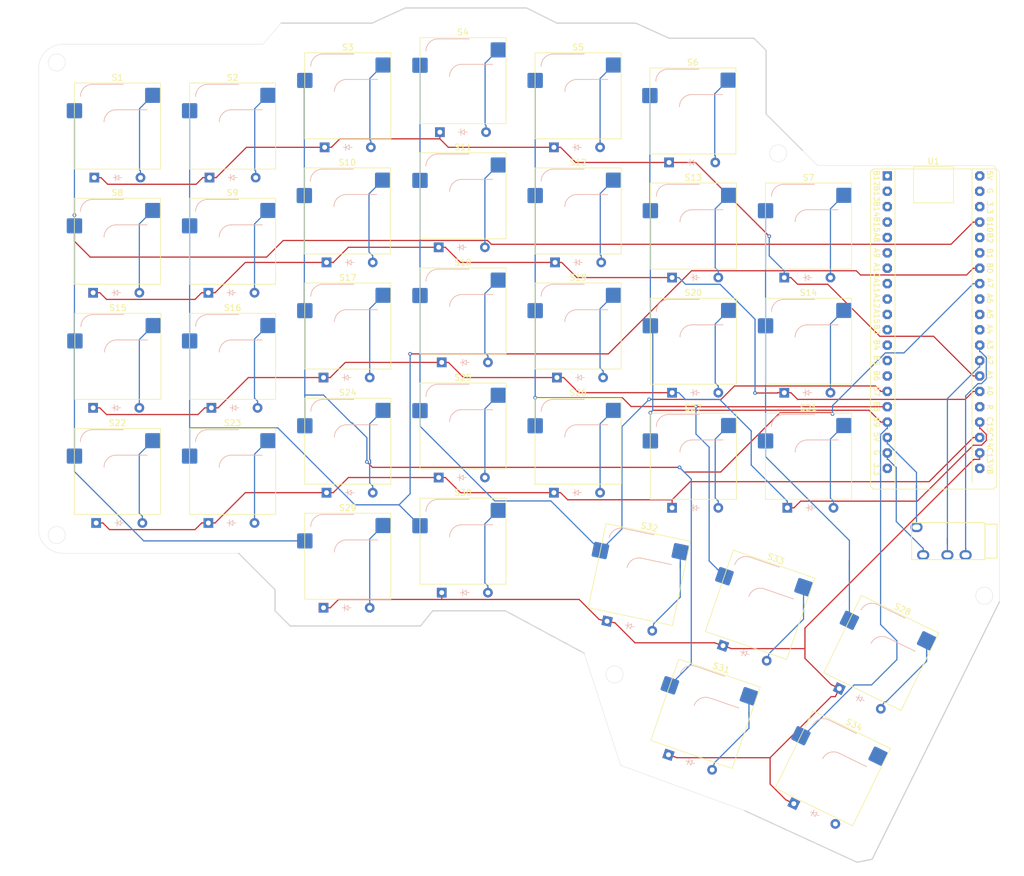
<source format=kicad_pcb>
(kicad_pcb (version 20240108) (generator "pcbnew") (generator_version "8.0")
  (layers (0 "F.Cu" signal) (31 "B.Cu" signal) (34 "B.Paste" user) (35 "F.Paste" user) (36 "B.SilkS" user "B.Silkscreen") (37 "F.SilkS" user "F.Silkscreen") (38 "B.Mask" user) (39 "F.Mask" user) (44 "Edge.Cuts" user))
  (net 0 "")
  (net 1 "Net-(D1-A)")
  (net 2 "R1")
  (net 3 "Net-(D2-A)")
  (net 4 "Net-(D3-A)")
  (net 5 "Net-(D4-A)")
  (net 6 "Net-(D5-A)")
  (net 7 "Net-(D6-A)")
  (net 8 "Net-(D7-A)")
  (net 9 "Net-(D8-A)")
  (net 10 "R2")
  (net 11 "Net-(D9-A)")
  (net 12 "Net-(D10-A)")
  (net 13 "Net-(D11-A)")
  (net 14 "Net-(D12-A)")
  (net 15 "Net-(D13-A)")
  (net 16 "Net-(D14-A)")
  (net 17 "R3")
  (net 18 "Net-(D15-A)")
  (net 19 "Net-(D16-A)")
  (net 20 "Net-(D17-A)")
  (net 21 "Net-(D18-A)")
  (net 22 "Net-(D19-A)")
  (net 23 "Net-(D20-A)")
  (net 24 "Net-(D21-A)")
  (net 25 "R4")
  (net 26 "Net-(D22-A)")
  (net 27 "Net-(D23-A)")
  (net 28 "Net-(D24-A)")
  (net 29 "Net-(D25-A)")
  (net 30 "Net-(D26-A)")
  (net 31 "Net-(D27-A)")
  (net 33 "R5")
  (net 34 "Net-(D29-A)")
  (net 35 "Net-(D30-A)")
  (net 36 "Net-(D31-A)")
  (net 37 "Net-(D32-A)")
  (net 38 "Net-(D33-A)")
  (net 39 "Net-(D34-A)")
  (net 40 "C1")
  (net 41 "C2")
  (net 42 "C3")
  (net 43 "C4")
  (net 44 "C5")
  (net 45 "C6")
  (net 46 "C7")
  (net 71 "TX")
  (net 72 "VCC")
  (net 73 "GND")
  (net 74 "RX")
  (net 75 "Net-(D28-A)")
  (footprint "ScottoKeebs_Hotswap:Hotswap_MX_1.00u" (layer "F.Cu") (at 57.5 39.75)
    (property "Reference" "S2")
    (property "Value" "Keyswitch")
  )
  (footprint "ScottoKeebs_Hotswap:Hotswap_MX_1.00u" (layer "F.Cu") (at 144.5 118.75 -19)
    (property "Reference" "S33")
    (property "Value" "Keyswitch")
  )
  (footprint "WeAct_Black_Pill_V2.0:STM32F411_Black_Pill" (layer "F.Cu") (at 173.12 72.1)
    (property "Reference" "U1")
    (property "Value" "STM32F411 BlackPill")
  )
  (footprint "ScottoKeebs_Hotswap:Hotswap_MX_1.00u" (layer "F.Cu") (at 152.5 94.25)
    (property "Reference" "S21")
    (property "Value" "Keyswitch")
  )
  (footprint "ScottoKeebs_Hotswap:Hotswap_MX_1.00u" (layer "F.Cu") (at 95.5 32.25)
    (property "Reference" "S4")
    (property "Value" "Keyswitch")
  )
  (footprint "ScottoKeebs_Hotswap:Hotswap_MX_1.00u" (layer "F.Cu") (at 76.5 110.75)
    (property "Reference" "S29")
    (property "Value" "Keyswitch")
  )
  (footprint "ScottoKeebs_Hotswap:Hotswap_MX_1.00u" (layer "F.Cu") (at 95.5 70.25)
    (property "Reference" "S18")
    (property "Value" "Keyswitch")
  )
  (footprint "ScottoKeebs_Hotswap:Hotswap_MX_1.00u" (layer "F.Cu") (at 57.5 96.75)
    (property "Reference" "S23")
    (property "Value" "Keyswitch")
  )
  (footprint "ScottoKeebs_Hotswap:Hotswap_MX_1.00u" (layer "F.Cu") (at 114.5 34.75)
    (property "Reference" "S5")
    (property "Value" "Keyswitch")
  )
  (footprint "ScottoKeebs_Hotswap:Hotswap_MX_1.00u" (layer "F.Cu") (at 57.5 58.75)
    (property "Reference" "S9")
    (property "Value" "Keyswitch")
  )
  (footprint "ScottoKeebs_Hotswap:Hotswap_MX_1.00u" (layer "F.Cu") (at 38.5 58.75)
    (property "Reference" "S8")
    (property "Value" "Keyswitch")
  )
  (footprint "ScottoKeebs_Hotswap:Hotswap_MX_1.00u" (layer "F.Cu") (at 76.5 34.75)
    (property "Reference" "S3")
    (property "Value" "Keyswitch")
  )
  (footprint "ScottoKeebs_Hotswap:Hotswap_MX_1.00u" (layer "F.Cu") (at 152.5 75.25)
    (property "Reference" "S14")
    (property "Value" "Keyswitch")
  )
  (footprint "ScottoKeebs_Hotswap:Hotswap_MX_1.00u" (layer "F.Cu") (at 114.5 53.75)
    (property "Reference" "S12")
    (property "Value" "Keyswitch")
  )
  (footprint "ScottoKeebs_Hotswap:Hotswap_MX_1.00u" (layer "F.Cu") (at 38.58 77.75)
    (property "Reference" "S15")
    (property "Value" "Keyswitch")
  )
  (footprint "ScottoKeebs_Hotswap:Hotswap_MX_1.00u" (layer "F.Cu") (at 95.5 108.25)
    (property "Reference" "S30")
    (property "Value" "Keyswitch")
  )
  (footprint "ScottoKeebs_Hotswap:Hotswap_MX_1.00u" (layer "F.Cu") (at 133.5 94.25)
    (property "Reference" "S27")
    (property "Value" "Keyswitch")
  )
  (footprint "ScottoKeebs_Hotswap:Hotswap_MX_1.00u" (layer "F.Cu") (at 95.5 89.25)
    (property "Reference" "S25")
    (property "Value" "Keyswitch")
  )
  (footprint "ScottoKeebs_Hotswap:Hotswap_MX_1.00u" (layer "F.Cu") (at 135.5 136.75 -19)
    (property "Reference" "S31")
    (property "Value" "Keyswitch")
  )
  (footprint "ScottoKeebs_Hotswap:Hotswap_MX_1.00u" (layer "F.Cu") (at 133.5 75.25)
    (property "Reference" "S20")
    (property "Value" "Keyswitch")
  )
  (footprint "ScottoKeebs_Hotswap:Hotswap_MX_1.00u" (layer "F.Cu") (at 76.42 53.75)
    (property "Reference" "S10")
    (property "Value" "Keyswitch")
  )
  (footprint "ScottoKeebs_Hotswap:Hotswap_MX_1.00u" (layer "F.Cu") (at 133.5 56.25)
    (property "Reference" "S13")
    (property "Value" "Keyswitch")
  )
  (footprint "ScottoKeebs_Components:TRRS_PJ-320A" (layer "F.Cu") (at 181.6125 108.25 -90)
    (property "Reference" "U2")
    (property "Value" "TRRS")
  )
  (footprint "ScottoKeebs_Hotswap:Hotswap_MX_1.00u" (layer "F.Cu") (at 38.5 96.75)
    (property "Reference" "S22")
    (property "Value" "Keyswitch")
  )
  (footprint "ScottoKeebs_Hotswap:Hotswap_MX_1.00u" (layer "F.Cu") (at 114.5 72.75)
    (property "Reference" "S19")
    (property "Value" "Keyswitch")
  )
  (footprint "ScottoKeebs_Hotswap:Hotswap_MX_1.00u" (layer "F.Cu") (at 124.58 113.75 -12)
    (property "Reference" "S32")
    (property "Value" "Keyswitch")
  )
  (footprint "ScottoKeebs_Hotswap:Hotswap_MX_1.00u" (layer "F.Cu") (at 164.5 126.7024 -26)
    (property "Reference" "S28")
    (property "Value" "Keyswitch")
  )
  (footprint "ScottoKeebs_Hotswap:Hotswap_MX_1.00u" (layer "F.Cu") (at 95.5 51.25)
    (property "Reference" "S11")
    (property "Value" "Keyswitch")
  )
  (footprint "ScottoKeebs_Hotswap:Hotswap_MX_1.00u" (layer "F.Cu") (at 156.5 145.75 -26)
    (property "Reference" "S34")
    (property "Value" "Keyswitch")
  )
  (footprint "ScottoKeebs_Hotswap:Hotswap_MX_1.00u" (layer "F.Cu") (at 76.5 72.75)
    (property "Reference" "S17")
    (property "Value" "Keyswitch")
  )
  (footprint "ScottoKeebs_Hotswap:Hotswap_MX_1.00u" (layer "F.Cu") (at 152.5 56.25)
    (property "Reference" "S7")
    (property "Value" "Keyswitch")
  )
  (footprint "ScottoKeebs_Hotswap:Hotswap_MX_1.00u" (layer "F.Cu") (at 57.5 77.75)
    (property "Reference" "S16")
    (property "Value" "Keyswitch")
  )
  (footprint "ScottoKeebs_Hotswap:Hotswap_MX_1.00u" (layer "F.Cu") (at 114.5 91.75)
    (property "Reference" "S26")
    (property "Value" "Keyswitch")
  )
  (footprint "ScottoKeebs_Hotswap:Hotswap_MX_1.00u" (layer "F.Cu") (at 38.5 39.75)
    (property "Reference" "S1")
    (property "Value" "Keyswitch")
  )
  (footprint "ScottoKeebs_Hotswap:Hotswap_MX_1.00u" (layer "F.Cu") (at 76.5 91.75)
    (property "Reference" "S24")
    (property "Value" "Keyswitch")
  )
  (footprint "ScottoKeebs_Hotswap:Hotswap_MX_1.00u" (layer "F.Cu") (at 133.42 37.25)
    (property "Reference" "S6")
    (property "Value" "Keyswitch")
  )
  (footprint "ScottoKeebs_Components:Diode_DO-35" (layer "B.Cu") (at 129.5 45.75)
    (property "Reference" "D6" (hide yes))
    (property "Value" "Diode" (hide yes))
  )
  (footprint "ScottoKeebs_Components:Diode_DO-35" (layer "B.Cu") (at 150.0756 151.5798 -26)
    (property "Reference" "D34" (hide yes))
    (property "Value" "Diode" (hide yes))
  )
  (footprint "ScottoKeebs_Components:Diode_DO-35" (layer "B.Cu") (at 34.5 67.25)
    (property "Reference" "D8" (hide yes))
    (property "Value" "Diode" (hide yes))
  )
  (footprint "ScottoKeebs_Components:Diode_DO-35" (layer "B.Cu") (at 129.3976 143.5096 -19)
    (property "Reference" "D31" (hide yes))
    (property "Value" "Diode" (hide yes))
  )
  (footprint "ScottoKeebs_Components:Diode_DO-35" (layer "B.Cu") (at 91.5 59.75)
    (property "Reference" "D11" (hide yes))
    (property "Value" "Diode" (hide yes))
  )
  (footprint "ScottoKeebs_Components:Diode_DO-35" (layer "B.Cu") (at 138.3976 125.5096 -19)
    (property "Reference" "D33" (hide yes))
    (property "Value" "Diode" (hide yes))
  )
  (footprint "ScottoKeebs_Components:Diode_DO-35" (layer "B.Cu") (at 91.5 97.75)
    (property "Reference" "D25" (hide yes))
    (property "Value" "Diode" (hide yes))
  )
  (footprint "ScottoKeebs_Components:Diode_DO-35" (layer "B.Cu") (at 53.5 67.25)
    (property "Reference" "D9" (hide yes))
    (property "Value" "Diode" (hide yes))
  )
  (footprint "ScottoKeebs_Components:Diode_DO-35" (layer "B.Cu") (at 110.5 43.25)
    (property "Reference" "D5" (hide yes))
    (property "Value" "Diode" (hide yes))
  )
  (footprint "ScottoKeebs_Components:Diode_DO-35" (layer "B.Cu") (at 34.5 86.25)
    (property "Reference" "D15" (hide yes))
    (property "Value" "Diode" (hide yes))
  )
  (footprint "ScottoKeebs_Components:Diode_DO-35" (layer "B.Cu") (at 34.69 48.25)
    (property "Reference" "D1" (hide yes))
    (property "Value" "Diode" (hide yes))
  )
  (footprint "ScottoKeebs_Components:Diode_DO-35" (layer "B.Cu") (at 91.69 40.75)
    (property "Reference" "D4" (hide yes))
    (property "Value" "Diode" (hide yes))
  )
  (footprint "ScottoKeebs_Components:Diode_DO-35" (layer "B.Cu") (at 92 78.75)
    (property "Reference" "D18" (hide yes))
    (property "Value" "Diode" (hide yes))
  )
  (footprint "ScottoKeebs_Components:Diode_DO-35" (layer "B.Cu") (at 72.5 119.25)
    (property "Reference" "D29" (hide yes))
    (property "Value" "Diode" (hide yes))
  )
  (footprint "ScottoKeebs_Components:Diode_DO-35" (layer "B.Cu") (at 73 62.25)
    (property "Reference" "D10" (hide yes))
    (property "Value" "Diode" (hide yes))
  )
  (footprint "ScottoKeebs_Components:Diode_DO-35" (layer "B.Cu") (at 130 102.75)
    (property "Reference" "D27" (hide yes))
    (property "Value" "Diode" (hide yes))
  )
  (footprint "ScottoKeebs_Components:Diode_DO-35" (layer "B.Cu") (at 148.5 64.75)
    (property "Reference" "D7" (hide yes))
    (property "Value" "Diode" (hide yes))
  )
  (footprint "ScottoKeebs_Components:Diode_DO-35" (layer "B.Cu") (at 111 81.25)
    (property "Reference" "D19" (hide yes))
    (property "Value" "Diode" (hide yes))
  )
  (footprint "ScottoKeebs_Components:Diode_DO-35" (layer "B.Cu") (at 148.5 83.75)
    (property "Reference" "D14" (hide yes))
    (property "Value" "Diode" (hide yes))
  )
  (footprint "ScottoKeebs_Components:Diode_DO-35" (layer "B.Cu") (at 35 105.25)
    (property "Reference" "D22" (hide yes))
    (property "Value" "Diode" (hide yes))
  )
  (footprint "ScottoKeebs_Components:Diode_DO-35" (layer "B.Cu") (at 53.5 105.25)
    (property "Reference" "D23" (hide yes))
    (property "Value" "Diode" (hide yes))
  )
  (footprint "ScottoKeebs_Components:Diode_DO-35" (layer "B.Cu") (at 54 86.25)
    (property "Reference" "D16" (hide yes))
    (property "Value" "Diode" (hide yes))
  )
  (footprint "ScottoKeebs_Components:Diode_DO-35" (layer "B.Cu") (at 130 83.75)
    (property "Reference" "D20" (hide yes))
    (property "Value" "Diode" (hide yes))
  )
  (footprint "ScottoKeebs_Components:Diode_DO-35" (layer "B.Cu") (at 119.2733 121.4579 -12)
    (property "Reference" "D32" (hide yes))
    (property "Value" "Diode" (hide yes))
  )
  (footprint "ScottoKeebs_Components:Diode_DO-35" (layer "B.Cu") (at 72.69 43.25)
    (property "Reference" "D3" (hide yes))
    (property "Value" "Diode" (hide yes))
  )
  (footprint "ScottoKeebs_Components:Diode_DO-35" (layer "B.Cu") (at 157.5756 132.5798 -26)
    (property "Reference" "D28" (hide yes))
    (property "Value" "Diode" (hide yes))
  )
  (footprint "ScottoKeebs_Components:Diode_DO-35" (layer "B.Cu") (at 110.5 100.25)
    (property "Reference" "D26" (hide yes))
    (property "Value" "Diode" (hide yes))
  )
  (footprint "ScottoKeebs_Components:Diode_DO-35" (layer "B.Cu") (at 72.5 81.25)
    (property "Reference" "D17" (hide yes))
    (property "Value" "Diode" (hide yes))
  )
  (footprint "ScottoKeebs_Components:Diode_DO-35" (layer "B.Cu") (at 149 102.75)
    (property "Reference" "D21" (hide yes))
    (property "Value" "Diode" (hide yes))
  )
  (footprint "ScottoKeebs_Components:Diode_DO-35" (layer "B.Cu") (at 110.69 62.25)
    (property "Reference" "D12" (hide yes))
    (property "Value" "Diode" (hide yes))
  )
  (footprint "ScottoKeebs_Components:Diode_DO-35" (layer "B.Cu") (at 53.69 48.25)
    (property "Reference" "D2" (hide yes))
    (property "Value" "Diode" (hide yes))
  )
  (footprint "ScottoKeebs_Components:Diode_DO-35" (layer "B.Cu") (at 73 100.25)
    (property "Reference" "D24" (hide yes))
    (property "Value" "Diode" (hide yes))
  )
  (footprint "ScottoKeebs_Components:Diode_DO-35" (layer "B.Cu") (at 92 116.75)
    (property "Reference" "D30" (hide yes))
    (property "Value" "Diode" (hide yes))
  )
  (footprint "ScottoKeebs_Components:Diode_DO-35" (layer "B.Cu") (at 130 64.75)
    (property "Reference" "D13" (hide yes))
    (property "Value" "Diode" (hide yes))
  )
  (gr_line (start 160.5 161.25) (end 142 152.75) (stroke (width 0.2)) (layer "Edge.Cuts"))
  (gr_line (start 65.5 22.75) (end 62.5 26.25) (stroke (width 0.05)) (layer "Edge.Cuts"))
  (gr_line (start 163 160.75) (end 160.5 161.25) (stroke (width 0.2)) (layer "Edge.Cuts"))
  (gr_line (start 86 20.25) (end 80.5 22.75) (stroke (width 0.2)) (layer "Edge.Cuts"))
  (gr_line (start 143.5 25.25) (end 145.5 27.25) (stroke (width 0.2)) (layer "Edge.Cuts"))
  (gr_line (start 142 152.75) (end 121.5 145.25) (stroke (width 0.05)) (layer "Edge.Cuts"))
  (gr_line (start 154 46.25) (end 151.5 43.75) (stroke (width 0.05)) (layer "Edge.Cuts"))
  (gr_line (start 121.5 145.25) (end 115.5 126.75) (stroke (width 0.05)) (layer "Edge.Cuts"))
  (gr_line (start 90.5 119.75) (end 88.5 122.25) (stroke (width 0.2)) (layer "Edge.Cuts"))
  (gr_circle (center 147.5 44.25) (end 146.5 43.25) (stroke (width 0.05)) (fill none) (layer "Edge.Cuts"))
  (gr_line (start 102.5 119.75) (end 90.5 119.75) (stroke (width 0.2)) (layer "Edge.Cuts"))
  (gr_circle (center 28.5 107.25) (end 27.5 106.25) (stroke (width 0.05)) (fill none) (layer "Edge.Cuts"))
  (gr_line (start 67 122.25) (end 64.5 119.75) (stroke (width 0.2)) (layer "Edge.Cuts"))
  (gr_line (start 106 20.25) (end 111 22.75) (stroke (width 0.2)) (layer "Edge.Cuts"))
  (gr_line (start 88.5 122.25) (end 67 122.25) (stroke (width 0.2)) (layer "Edge.Cuts"))
  (gr_line (start 62.5 26.25) (end 29.5 26.25) (stroke (width 0.05)) (layer "Edge.Cuts"))
  (gr_line (start 184 118.25) (end 163 160.75) (stroke (width 0.2)) (layer "Edge.Cuts"))
  (gr_line (start 124 22.75) (end 129.5 25.25) (stroke (width 0.2)) (layer "Edge.Cuts"))
  (gr_line (start 145.5 27.25) (end 145.5 37.75) (stroke (width 0.2)) (layer "Edge.Cuts"))
  (gr_line (start 129.5 25.25) (end 143.5 25.25) (stroke (width 0.2)) (layer "Edge.Cuts"))
  (gr_line (start 58.5 110.25) (end 29.5 110.25) (stroke (width 0.05)) (layer "Edge.Cuts"))
  (gr_line (start 86 20.25) (end 106 20.25) (stroke (width 0.2)) (layer "Edge.Cuts"))
  (gr_circle (center 181.5 117.25) (end 180.5 116.25) (stroke (width 0.05)) (fill none) (layer "Edge.Cuts"))
  (gr_line (start 64.5 119.75) (end 64.5 116.25) (stroke (width 0.2)) (layer "Edge.Cuts"))
  (gr_line (start 184 47.25) (end 183 46.25) (stroke (width 0.05)) (layer "Edge.Cuts"))
  (gr_line (start 184 47.25) (end 184 118.25) (stroke (width 0.05)) (layer "Edge.Cuts"))
  (gr_arc (start 25.5 30.25) (mid 26.671573 27.421573) (end 29.5 26.25) (stroke (width 0.05)) (layer "Edge.Cuts"))
  (gr_line (start 64.5 116.25) (end 58.5 110.25) (stroke (width 0.2)) (layer "Edge.Cuts"))
  (gr_line (start 65.5 22.75) (end 80.5 22.75) (stroke (width 0.2)) (layer "Edge.Cuts"))
  (gr_circle (center 28.5 29.25) (end 27.5 28.25) (stroke (width 0.05)) (fill none) (layer "Edge.Cuts"))
  (gr_line (start 111 22.75) (end 124 22.75) (stroke (width 0.2)) (layer "Edge.Cuts"))
  (gr_line (start 115.5 126.75) (end 102.5 119.75) (stroke (width 0.2)) (layer "Edge.Cuts"))
  (gr_circle (center 120.5 130.25) (end 119.5 129.25) (stroke (width 0.05)) (fill none) (layer "Edge.Cuts"))
  (gr_arc (start 29.5 110.25) (mid 26.671573 109.078427) (end 25.5 106.25) (stroke (width 0.05)) (layer "Edge.Cuts"))
  (gr_line (start 25.5 106.25) (end 25.5 30.25) (stroke (width 0.05)) (layer "Edge.Cuts"))
  (gr_line (start 183 46.25) (end 154 46.25) (stroke (width 0.05)) (layer "Edge.Cuts"))
  (gr_line (start 145.5 37.75) (end 151.5 43.75) (stroke (width 0.2)) (layer "Edge.Cuts"))
  (gr_text "A1" (at 181.883 79.974 -90) (layer "F.SilkS") (effects (font (size 0.9 0.9)) (justify left bottom)))
  (segment (start 42.31 47.1483) (end 42.1508 46.9891) (width 0.2) (layer "B.Cu") (net 1))
  (segment (start 42.1508 46.9891) (end 42.1508 36.8612) (width 0.2) (layer "B.Cu") (net 1))
  (segment (start 42.31 48.25) (end 42.31 47.1483) (width 0.2) (layer "B.Cu") (net 1))
  (segment (start 42.1508 36.8612) (end 44.342 34.67) (width 0.2) (layer "B.Cu") (net 1))
  (segment (start 155.666 65.8517) (end 164.254 74.4398) (width 0.2) (layer "F.Cu") (net 2))
  (segment (start 52.5883 48.25) (end 53.69 48.25) (width 0.2) (layer "F.Cu") (net 2))
  (segment (start 149.602 64.75) (end 150.703 65.8517) (width 0.2) (layer "F.Cu") (net 2))
  (segment (start 173.126 74.4398) (end 179.676 80.99) (width 0.2) (layer "F.Cu") (net 2))
  (segment (start 36.8934 49.3517) (end 51.4866 49.3517) (width 0.2) (layer "F.Cu") (net 2))
  (segment (start 34.69 48.25) (end 35.7917 48.25) (width 0.2) (layer "F.Cu") (net 2))
  (segment (start 164.254 74.4398) (end 173.126 74.4398) (width 0.2) (layer "F.Cu") (net 2))
  (segment (start 133.847 45.75) (end 146.026 57.9295) (width 0.2) (layer "F.Cu") (net 2))
  (segment (start 53.69 48.25) (end 54.7917 48.25) (width 0.2) (layer "F.Cu") (net 2))
  (segment (start 54.7917 48.25) (end 59.7917 43.25) (width 0.2) (layer "F.Cu") (net 2))
  (segment (start 93.0883 43.25) (end 110.5 43.25) (width 0.2) (layer "F.Cu") (net 2))
  (segment (start 129.5 45.75) (end 133.847 45.75) (width 0.2) (layer "F.Cu") (net 2))
  (segment (start 91.69 41.8517) (end 75.19 41.8517) (width 0.2) (layer "F.Cu") (net 2))
  (segment (start 51.4866 49.3517) (end 52.5883 48.25) (width 0.2) (layer "F.Cu") (net 2))
  (segment (start 91.69 40.75) (end 91.69 41.8517) (width 0.2) (layer "F.Cu") (net 2))
  (segment (start 150.703 65.8517) (end 155.666 65.8517) (width 0.2) (layer "F.Cu") (net 2))
  (segment (start 35.7917 48.25) (end 36.8934 49.3517) (width 0.2) (layer "F.Cu") (net 2))
  (segment (start 91.69 41.8517) (end 93.0883 43.25) (width 0.2) (layer "F.Cu") (net 2))
  (segment (start 111.602 43.25) (end 114.102 45.75) (width 0.2) (layer "F.Cu") (net 2))
  (segment (start 148.5 64.75) (end 149.602 64.75) (width 0.2) (layer "F.Cu") (net 2))
  (segment (start 73.7917 43.25) (end 72.69 43.25) (width 0.2) (layer "F.Cu") (net 2))
  (segment (start 110.5 43.25) (end 111.602 43.25) (width 0.2) (layer "F.Cu") (net 2))
  (segment (start 179.676 80.99) (end 180.74 80.99) (width 0.2) (layer "F.Cu") (net 2))
  (segment (start 75.19 41.8517) (end 73.7917 43.25) (width 0.2) (layer "F.Cu") (net 2))
  (segment (start 59.7917 43.25) (end 72.69 43.25) (width 0.2) (layer "F.Cu") (net 2))
  (segment (start 114.102 45.75) (end 129.5 45.75) (width 0.2) (layer "F.Cu") (net 2))
  (via (at 146.026 57.9295) (size 0.6) (drill 0.3) (layers "F.Cu" "B.Cu") (net 2))
  (segment (start 146.026 61.1744) (end 146.026 57.9295) (width 0.2) (layer "B.Cu") (net 2))
  (segment (start 148.5 64.75) (end 148.5 63.6483) (width 0.2) (layer "B.Cu") (net 2))
  (segment (start 148.5 63.6483) (end 146.026 61.1744) (width 0.2) (layer "B.Cu") (net 2))
  (segment (start 61.31 47.1483) (end 61.1508 46.9891) (width 0.2) (layer "B.Cu") (net 3))
  (segment (start 61.31 48.25) (end 61.31 47.1483) (width 0.2) (layer "B.Cu") (net 3))
  (segment (start 61.1508 46.9891) (end 61.1508 36.8612) (width 0.2) (layer "B.Cu") (net 3))
  (segment (start 61.1508 36.8612) (end 63.342 34.67) (width 0.2) (layer "B.Cu") (net 3))
  (segment (start 80.31 43.25) (end 80.31 42.1483) (width 0.2) (layer "B.Cu") (net 4))
  (segment (start 80.1508 31.8612) (end 82.342 29.67) (width 0.2) (layer "B.Cu") (net 4))
  (segment (start 80.31 42.1483) (end 80.1508 41.9891) (width 0.2) (layer "B.Cu") (net 4))
  (segment (start 80.1508 41.9891) (end 80.1508 31.8612) (width 0.2) (layer "B.Cu") (net 4))
  (segment (start 99.1508 29.3612) (end 101.342 27.17) (width 0.2) (layer "B.Cu") (net 5))
  (segment (start 99.31 40.75) (end 99.31 39.6483) (width 0.2) (layer "B.Cu") (net 5))
  (segment (start 99.1508 39.4891) (end 99.1508 29.3612) (width 0.2) (layer "B.Cu") (net 5))
  (segment (start 99.31 39.6483) (end 99.1508 39.4891) (width 0.2) (layer "B.Cu") (net 5))
  (segment (start 118.12 43.25) (end 118.12 31.892) (width 0.2) (layer "B.Cu") (net 6))
  (segment (start 118.12 31.892) (end 120.342 29.67) (width 0.2) (layer "B.Cu") (net 6))
  (segment (start 137.028 34.4044) (end 139.262 32.17) (width 0.2) (layer "B.Cu") (net 7))
  (segment (start 137.12 45.75) (end 137.12 44.6483) (width 0.2) (layer "B.Cu") (net 7))
  (segment (start 137.12 44.6483) (end 137.028 44.5559) (width 0.2) (layer "B.Cu") (net 7))
  (segment (start 137.028 44.5559) (end 137.028 34.4044) (width 0.2) (layer "B.Cu") (net 7))
  (segment (start 156.12 64.75) (end 156.12 53.392) (width 0.2) (layer "B.Cu") (net 8))
  (segment (start 156.12 53.392) (end 158.342 51.17) (width 0.2) (layer "B.Cu") (net 8))
  (segment (start 42.12 55.892) (end 44.342 53.67) (width 0.2) (layer "B.Cu") (net 9))
  (segment (start 42.12 67.25) (end 42.12 55.892) (width 0.2) (layer "B.Cu") (net 9))
  (segment (start 34.5 67.25) (end 35.6017 67.25) (width 0.2) (layer "F.Cu") (net 10))
  (segment (start 150.703 84.8517) (end 178.355 84.8517) (width 0.2) (layer "F.Cu") (net 10))
  (segment (start 130 64.75) (end 114.292 64.75) (width 0.2) (layer "F.Cu") (net 10))
  (segment (start 149.602 83.75) (end 150.703 84.8517) (width 0.2) (layer "F.Cu") (net 10))
  (segment (start 111.792 62.25) (end 110.69 62.25) (width 0.2) (layer "F.Cu") (net 10))
  (segment (start 74.1017 62.25) (end 73 62.25) (width 0.2) (layer "F.Cu") (net 10))
  (segment (start 95.1017 62.25) (end 110.69 62.25) (width 0.2) (layer "F.Cu") (net 10))
  (segment (start 52.3983 67.25) (end 53.5 67.25) (width 0.2) (layer "F.Cu") (net 10))
  (segment (start 178.355 84.8517) (end 179.676 83.53) (width 0.2) (layer "F.Cu") (net 10))
  (segment (start 59.6017 62.25) (end 73 62.25) (width 0.2) (layer "F.Cu") (net 10))
  (segment (start 147.398 83.75) (end 147.346 83.8028) (width 0.2) (layer "F.Cu") (net 10))
  (segment (start 92.6017 59.75) (end 95.1017 62.25) (width 0.2) (layer "F.Cu") (net 10))
  (segment (start 36.7034 68.3517) (end 51.2966 68.3517) (width 0.2) (layer "F.Cu") (net 10))
  (segment (start 91.5 59.75) (end 76.6017 59.75) (width 0.2) (layer "F.Cu") (net 10))
  (segment (start 54.6017 67.25) (end 59.6017 62.25) (width 0.2) (layer "F.Cu") (net 10))
  (segment (start 179.676 83.53) (end 180.74 83.53) (width 0.2) (layer "F.Cu") (net 10))
  (segment (start 53.5 67.25) (end 54.6017 67.25) (width 0.2) (layer "F.Cu") (net 10))
  (segment (start 76.6017 59.75) (end 74.1017 62.25) (width 0.2) (layer "F.Cu") (net 10))
  (segment (start 147.346 83.8028) (end 143.679 83.8028) (width 0.2) (layer "F.Cu") (net 10))
  (segment (start 35.6017 67.25) (end 36.7034 68.3517) (width 0.2) (layer "F.Cu") (net 10))
  (segment (start 51.2966 68.3517) (end 52.3983 67.25) (width 0.2) (layer "F.Cu") (net 10))
  (segment (start 114.292 64.75) (end 111.792 62.25) (width 0.2) (layer "F.Cu") (net 10))
  (segment (start 148.5 83.75) (end 149.602 83.75) (width 0.2) (layer "F.Cu") (net 10))
  (segment (start 148.5 83.75) (end 147.398 83.75) (width 0.2) (layer "F.Cu") (net 10))
  (segment (start 91.5 59.75) (end 92.6017 59.75) (width 0.2) (layer "F.Cu") (net 10))
  (via (at 143.679 83.8028) (size 0.6) (drill 0.3) (layers "F.Cu" "B.Cu") (net 10))
  (segment (start 132.203 65.8517) (end 137.913 65.8517) (width 0.2) (layer "B.Cu") (net 10))
  (segment (start 143.679 71.6174) (end 143.679 83.8028) (width 0.2) (layer "B.Cu") (net 10))
  (segment (start 130 64.75) (end 131.102 64.75) (width 0.2) (layer "B.Cu") (net 10))
  (segment (start 137.913 65.8517) (end 143.679 71.6174) (width 0.2) (layer "B.Cu") (net 10))
  (segment (start 131.102 64.75) (end 132.203 65.8517) (width 0.2) (layer "B.Cu") (net 10))
  (segment (start 61.12 55.892) (end 63.342 53.67) (width 0.2) (layer "B.Cu") (net 11))
  (segment (start 61.12 67.25) (end 61.12 55.892) (width 0.2) (layer "B.Cu") (net 11))
  (segment (start 80.62 61.1483) (end 80.0005 60.5288) (width 0.2) (layer "B.Cu") (net 12))
  (segment (start 80.0005 60.5288) (end 80.0005 50.9315) (width 0.2) (layer "B.Cu") (net 12))
  (segment (start 80.62 62.25) (end 80.62 61.1483) (width 0.2) (layer "B.Cu") (net 12))
  (segment (start 80.0005 50.9315) (end 82.262 48.67) (width 0.2) (layer "B.Cu") (net 12))
  (segment (start 99.12 59.75) (end 99.12 48.392) (width 0.2) (layer "B.Cu") (net 13))
  (segment (start 99.12 48.392) (end 101.342 46.17) (width 0.2) (layer "B.Cu") (net 13))
  (segment (start 118.151 60.9891) (end 118.151 50.8612) (width 0.2) (layer "B.Cu") (net 14))
  (segment (start 118.31 62.25) (end 118.31 61.1483) (width 0.2) (layer "B.Cu") (net 14))
  (segment (start 118.31 61.1483) (end 118.151 60.9891) (width 0.2) (layer "B.Cu") (net 14))
  (segment (start 118.151 50.8612) (end 120.342 48.67) (width 0.2) (layer "B.Cu") (net 14))
  (segment (start 137.113 63.1412) (end 137.113 53.3991) (width 0.2) (layer "B.Cu") (net 15))
  (segment (start 137.62 64.75) (end 137.62 63.6483) (width 0.2) (layer "B.Cu") (net 15))
  (segment (start 137.62 63.6483) (end 137.113 63.1412) (width 0.2) (layer "B.Cu") (net 15))
  (segment (start 137.113 53.3991) (end 139.342 51.17) (width 0.2) (layer "B.Cu") (net 15))
  (segment (start 156.12 72.392) (end 158.342 70.17) (width 0.2) (layer "B.Cu") (net 16))
  (segment (start 156.12 83.75) (end 156.12 72.392) (width 0.2) (layer "B.Cu") (net 16))
  (segment (start 150.102 102.75) (end 151.203 101.648) (width 0.2) (layer "F.Cu") (net 17))
  (segment (start 180.873 89.6737) (end 180.74 89.6737) (width 0.2) (layer "F.Cu") (net 17))
  (segment (start 149 102.75) (end 150.102 102.75) (width 0.2) (layer "F.Cu") (net 17))
  (segment (start 52.8983 86.25) (end 54 86.25) (width 0.2) (layer "F.Cu") (net 17))
  (segment (start 92 78.75) (end 93.1017 78.75) (width 0.2) (layer "F.Cu") (net 17))
  (segment (start 92 78.75) (end 76.1017 78.75) (width 0.2) (layer "F.Cu") (net 17))
  (segment (start 130 83.75) (end 114.602 83.75) (width 0.2) (layer "F.Cu") (net 17))
  (segment (start 181.826 91.6238) (end 181.826 90.6262) (width 0.2) (layer "F.Cu") (net 17))
  (segment (start 181.826 90.6262) (end 180.873 89.6737) (width 0.2) (layer "F.Cu") (net 17))
  (segment (start 35.6017 86.25) (end 36.7034 87.3517) (width 0.2) (layer "F.Cu") (net 17))
  (segment (start 179.678 92.42) (end 181.029 92.42) (width 0.2) (layer "F.Cu") (net 17))
  (segment (start 114.602 83.75) (end 112.102 81.25) (width 0.2) (layer "F.Cu") (net 17))
  (segment (start 180.74 89.6737) (end 180.74 88.61) (width 0.2) (layer "F.Cu") (net 17))
  (segment (start 36.7034 87.3517) (end 51.7966 87.3517) (width 0.2) (layer "F.Cu") (net 17))
  (segment (start 54 86.25) (end 55.1017 86.25) (width 0.2) (layer "F.Cu") (net 17))
  (segment (start 95.6017 81.25) (end 111 81.25) (width 0.2) (layer "F.Cu") (net 17))
  (segment (start 170.45 101.648) (end 179.678 92.42) (width 0.2) (layer "F.Cu") (net 17))
  (segment (start 181.029 92.42) (end 181.826 91.6238) (width 0.2) (layer "F.Cu") (net 17))
  (segment (start 76.1017 78.75) (end 73.6017 81.25) (width 0.2) (layer "F.Cu") (net 17))
  (segment (start 51.7966 87.3517) (end 52.8983 86.25) (width 0.2) (layer "F.Cu") (net 17))
  (segment (start 93.1017 78.75) (end 95.6017 81.25) (width 0.2) (layer "F.Cu") (net 17))
  (segment (start 151.203 101.648) (end 170.45 101.648) (width 0.2) (layer "F.Cu") (net 17))
  (segment (start 34.5 86.25) (end 35.6017 86.25) (width 0.2) (layer "F.Cu") (net 17))
  (segment (start 60.1017 81.25) (end 72.5 81.25) (width 0.2) (layer "F.Cu") (net 17))
  (segment (start 73.6017 81.25) (end 72.5 81.25) (width 0.2) (layer "F.Cu") (net 17))
  (segment (start 112.102 81.25) (end 111 81.25) (width 0.2) (layer "F.Cu") (net 17))
  (segment (start 55.1017 86.25) (end 60.1017 81.25) (width 0.2) (layer "F.Cu") (net 17))
  (segment (start 149 101.648) (end 143.05 95.6985) (width 0.2) (layer "B.Cu") (net 17))
  (segment (start 143.05 95.6985) (end 143.05 90.0595) (width 0.2) (layer "B.Cu") (net 17))
  (segment (start 149 102.75) (end 149 101.648) (width 0.2) (layer "B.Cu") (net 17))
  (segment (start 137.842 84.8517) (end 132.203 84.8517) (width 0.2) (layer "B.Cu") (net 17))
  (segment (start 131.102 83.75) (end 130 83.75) (width 0.2) (layer "B.Cu") (net 17))
  (segment (start 143.05 90.0595) (end 137.842 84.8517) (width 0.2) (layer "B.Cu") (net 17))
  (segment (start 132.203 84.8517) (end 131.102 83.75) (width 0.2) (layer "B.Cu") (net 17))
  (segment (start 42.12 74.972) (end 44.422 72.67) (width 0.2) (layer "B.Cu") (net 18))
  (segment (start 42.12 86.25) (end 42.12 74.972) (width 0.2) (layer "B.Cu") (net 18))
  (segment (start 61.1129 74.8991) (end 63.342 72.67) (width 0.2) (layer "B.Cu") (net 19))
  (segment (start 61.1129 84.6412) (end 61.1129 74.8991) (width 0.2) (layer "B.Cu") (net 19))
  (segment (start 61.62 86.25) (end 61.62 85.1483) (width 0.2) (layer "B.Cu") (net 19))
  (segment (start 61.62 85.1483) (end 61.1129 84.6412) (width 0.2) (layer "B.Cu") (net 19))
  (segment (start 80.12 81.25) (end 80.12 69.892) (width 0.2) (layer "B.Cu") (net 20))
  (segment (start 80.12 69.892) (end 82.342 67.67) (width 0.2) (layer "B.Cu") (net 20))
  (segment (start 99.62 77.6483) (end 99.1129 77.1412) (width 0.2) (layer "B.Cu") (net 21))
  (segment (start 99.62 78.75) (end 99.62 77.6483) (width 0.2) (layer "B.Cu") (net 21))
  (segment (start 99.1129 77.1412) (end 99.1129 67.3991) (width 0.2) (layer "B.Cu") (net 21))
  (segment (start 99.1129 67.3991) (end 101.342 65.17) (width 0.2) (layer "B.Cu") (net 21))
  (segment (start 118.62 81.25) (end 118.62 80.1483) (width 0.2) (layer "B.Cu") (net 22))
  (segment (start 118.113 69.8991) (end 120.342 67.67) (width 0.2) (layer "B.Cu") (net 22))
  (segment (start 118.113 79.6412) (end 118.113 69.8991) (width 0.2) (layer "B.Cu") (net 22))
  (segment (start 118.62 80.1483) (end 118.113 79.6412) (width 0.2) (layer "B.Cu") (net 22))
  (segment (start 137.113 72.3991) (end 139.342 70.17) (width 0.2) (layer "B.Cu") (net 23))
  (segment (start 137.62 82.6483) (end 137.113 82.1412) (width 0.2) (layer "B.Cu") (net 23))
  (segment (start 137.113 82.1412) (end 137.113 72.3991) (width 0.2) (layer "B.Cu") (net 23))
  (segment (start 137.62 83.75) (end 137.62 82.6483) (width 0.2) (layer "B.Cu") (net 23))
  (segment (start 156.113 91.3991) (end 158.342 89.17) (width 0.2) (layer "B.Cu") (net 24))
  (segment (start 156.62 101.648) (end 156.113 101.141) (width 0.2) (layer "B.Cu") (net 24))
  (segment (start 156.62 102.75) (end 156.62 101.648) (width 0.2) (layer "B.Cu") (net 24))
  (segment (start 156.113 101.141) (end 156.113 91.3991) (width 0.2) (layer "B.Cu") (net 24))
  (segment (start 110.5 100.25) (end 111.602 100.25) (width 0.2) (layer "F.Cu") (net 25))
  (segment (start 180.74 91.15) (end 179.676 91.15) (width 0.2) (layer "F.Cu") (net 25))
  (segment (start 52.3983 105.25) (end 53.5 105.25) (width 0.2) (layer "F.Cu") (net 25))
  (segment (start 35 105.25) (end 36.1017 105.25) (width 0.2) (layer "F.Cu") (net 25))
  (segment (start 111.602 100.25) (end 112.774 101.422) (width 0.2) (layer "F.Cu") (net 25))
  (segment (start 76.6017 97.75) (end 91.5 97.75) (width 0.2) (layer "F.Cu") (net 25))
  (segment (start 36.1017 105.25) (end 37.2034 106.352) (width 0.2) (layer "F.Cu") (net 25))
  (segment (start 92.6017 97.75) (end 95.1017 100.25) (width 0.2) (layer "F.Cu") (net 25))
  (segment (start 37.2034 106.352) (end 51.2966 106.352) (width 0.2) (layer "F.Cu") (net 25))
  (segment (start 132.982 98.44) (end 130 101.422) (width 0.2) (layer "F.Cu") (net 25))
  (segment (start 54.6017 105.25) (end 59.6017 100.25) (width 0.2) (layer "F.Cu") (net 25))
  (segment (start 59.6017 100.25) (end 73 100.25) (width 0.2) (layer "F.Cu") (net 25))
  (segment (start 51.2966 106.352) (end 52.3983 105.25) (width 0.2) (layer "F.Cu") (net 25))
  (segment (start 95.1017 100.25) (end 110.5 100.25) (width 0.2) (layer "F.Cu") (net 25))
  (segment (start 172.386 98.44) (end 132.982 98.44) (width 0.2) (layer "F.Cu") (net 25))
  (segment (start 73 100.25) (end 74.1017 100.25) (width 0.2) (layer "F.Cu") (net 25))
  (segment (start 130 102.75) (end 130 101.422) (width 0.2) (layer "F.Cu") (net 25))
  (segment (start 179.676 91.15) (end 172.386 98.44) (width 0.2) (layer "F.Cu") (net 25))
  (segment (start 91.5 97.75) (end 92.6017 97.75) (width 0.2) (layer "F.Cu") (net 25))
  (segment (start 112.774 101.422) (end 130 101.422) (width 0.2) (layer "F.Cu") (net 25))
  (segment (start 53.5 105.25) (end 54.6017 105.25) (width 0.2) (layer "F.Cu") (net 25))
  (segment (start 74.1017 100.25) (end 76.6017 97.75) (width 0.2) (layer "F.Cu") (net 25))
  (segment (start 42.62 104.148) (end 42.1129 103.641) (width 0.2) (layer "B.Cu") (net 26))
  (segment (start 42.62 105.25) (end 42.62 104.148) (width 0.2) (layer "B.Cu") (net 26))
  (segment (start 42.1129 103.641) (end 42.1129 93.8991) (width 0.2) (layer "B.Cu") (net 26))
  (segment (start 42.1129 93.8991) (end 44.342 91.67) (width 0.2) (layer "B.Cu") (net 26))
  (segment (start 61.12 93.892) (end 63.342 91.67) (width 0.2) (layer "B.Cu") (net 27))
  (segment (start 61.12 105.25) (end 61.12 93.892) (width 0.2) (layer "B.Cu") (net 27))
  (segment (start 80.1129 94.7676) (end 80.1129 88.8991) (width 0.2) (layer "B.Cu") (net 28))
  (segment (start 80.1129 88.8991) (end 82.342 86.67) (width 0.2) (layer "B.Cu") (net 28))
  (segment (start 80.2578 94.9125) (end 80.1129 94.7676) (width 0.2) (layer "B.Cu") (net 28))
  (segment (start 80.1129 95.5558) (end 80.2578 95.4109) (width 0.2) (layer "B.Cu") (net 28))
  (segment (start 80.62 99.1483) (end 80.1129 98.6412) (width 0.2) (layer "B.Cu") (net 28))
  (segment (start 80.62 100.25) (end 80.62 99.1483) (width 0.2) (layer "B.Cu") (net 28))
  (segment (start 80.2578 95.4109) (end 80.2578 94.9125) (width 0.2) (layer "B.Cu") (net 28))
  (segment (start 80.1129 98.6412) (end 80.1129 95.5558) (width 0.2) (layer "B.Cu") (net 28))
  (segment (start 99.12 97.75) (end 99.12 86.392) (width 0.2) (layer "B.Cu") (net 29))
  (segment (start 99.12 86.392) (end 101.342 84.17) (width 0.2) (layer "B.Cu") (net 29))
  (segment (start 118.12 88.892) (end 120.342 86.67) (width 0.2) (layer "B.Cu") (net 30))
  (segment (start 118.12 100.25) (end 118.12 88.892) (width 0.2) (layer "B.Cu") (net 30))
  (segment (start 137.62 101.648) (end 137.113 101.141) (width 0.2) (layer "B.Cu") (net 31))
  (segment (start 137.113 91.3991) (end 139.342 89.17) (width 0.2) (layer "B.Cu") (net 31))
  (segment (start 137.113 101.141) (end 137.113 91.3991) (width 0.2) (layer "B.Cu") (net 31))
  (segment (start 137.62 102.75) (end 137.62 101.648) (width 0.2) (layer "B.Cu") (net 31))
  (segment (start 149.751 151.255) (end 150.076 151.58) (width 0.2) (layer "F.Cu") (net 33))
  (segment (start 156.91 132.255) (end 156.244 131.93) (width 0.2) (layer "F.Cu") (net 33))
  (segment (start 149.9133 151.4175) (end 150.0756 151.5798) (width 0.2) (layer "F.Cu") (net 33))
  (segment (start 156.91 132.255) (end 157.251 132.255) (width 0.2) (layer "F.Cu") (net 33))
  (segment (start 157.576 132.58) (end 157.243 132.4175) (width 0.2) (layer "F.Cu") (net 33))
  (segment (start 149.743 151.4175) (end 149.9133 151.4175) (width 0.2) (layer "F.Cu") (net 33))
  (segment (start 139.798 125.992) (end 138.398 125.51) (width 0.2) (layer "F.Cu") (net 33))
  (segment (start 74.9802 117.872) (end 92 117.872) (width 0.2) (layer "F.Cu") (net 33))
  (segment (start 156.926 133.911) (end 157.576 132.58) (width 0.2) (layer "F.Cu") (net 33))
  (segment (start 146.164 143.992) (end 146.164 148.35) (width 0.2) (layer "F.Cu") (net 33))
  (segment (start 123.872 125.027) (end 120.58 121.736) (width 0.2) (layer "F.Cu") (net 33))
  (segment (start 138.398 125.51) (end 138.3975 125.5098) (width 0.2) (layer "F.Cu") (net 33))
  (segment (start 138.3975 125.5097) (end 138.3975 125.5098) (width 0.2) (layer "F.Cu") (net 33))
  (segment (start 180.74 94.7537) (end 180.74 93.69) (width 0.2) (layer "F.Cu") (net 33))
  (segment (start 157.243 132.4175) (end 157.4133 132.4175) (width 0.2) (layer "F.Cu") (net 33))
  (segment (start 92 116.75) (end 92 117.872) (width 0.2) (layer "F.Cu") (net 33))
  (segment (start 146.164 143.992) (end 156.244 133.911) (width 0.2) (layer "F.Cu") (net 33))
  (segment (start 117.967 121.18) (end 114.658 117.872) (width 0.2) (layer "F.Cu") (net 33))
  (segment (start 73.6017 119.25) (end 74.9802 117.872) (width 0.2) (layer "F.Cu") (net 33))
  (segment (start 119.273 121.458) (end 117.967 121.18) (width 0.2) (layer "F.Cu") (net 33))
  (segment (start 114.658 117.872) (end 92 117.872) (width 0.2) (layer "F.Cu") (net 33))
  (segment (start 130.798 143.992) (end 146.164 143.992) (width 0.2) (layer "F.Cu") (net 33))
  (segment (start 151.914 125.992) (end 139.798 125.992) (width 0.2) (layer "F.Cu") (net 33))
  (segment (start 149.41 151.255) (end 149.751 151.255) (width 0.2) (layer "F.Cu") (net 33))
  (segment (start 129.3976 143.5096) (end 129.398 143.51) (width 0.2) (layer "F.Cu") (net 33))
  (segment (start 120.58 121.736) (end 119.273 121.458) (width 0.2) (layer "F.Cu") (net 33))
  (segment (start 138.3976 125.5096) (end 138.3975 125.5097) (width 0.2) (layer "F.Cu") (net 33))
  (segment (start 119.2733 121.4579) (end 119.2731 121.4579) (width 0.2) (layer "F.Cu") (net 33))
  (segment (start 157.243 132.4175) (end 156.91 132.255) (width 0.2) (layer "F.Cu") (net 33))
  (segment (start 119.2731 121.4579) (end 119.273 121.458) (width 0.2) (layer "F.Cu") (net 33))
  (segment (start 156.244 131.93) (end 151.914 127.6) (width 0.2) (layer "F.Cu") (net 33))
  (segment (start 72.5 119.25) (end 73.6017 119.25) (width 0.2) (layer "F.Cu") (net 33))
  (segment (start 151.914 125.992) (end 151.914 122.589) (width 0.2) (layer "F.Cu") (net 33))
  (segment (start 150.076 151.58) (end 149.743 151.4175) (width 0.2) (layer "F.Cu") (net 33))
  (segment (start 138.3975 125.5098) (end 136.997 125.027) (width 0.2) (layer "F.Cu") (net 33))
  (segment (start 151.914 127.6) (end 151.914 125.992) (width 0.2) (layer "F.Cu") (net 33))
  (segment (start 149.743 151.4175) (end 149.41 151.255) (width 0.2) (layer "F.Cu") (net 33))
  (segment (start 151.914 122.589) (end 179.75 94.7537) (width 0.2) (layer "F.Cu") (net 33))
  (segment (start 136.997 125.027) (end 123.872 125.027) (width 0.2) (layer "F.Cu") (net 33))
  (segment (start 157.251 132.255) (end 157.576 132.58) (width 0.2) (layer "F.Cu") (net 33))
  (segment (start 146.164 148.35) (end 148.744 150.93) (width 0.2) (layer "F.Cu") (net 33))
  (segment (start 179.75 94.7537) (end 180.74 94.7537) (width 0.2) (layer "F.Cu") (net 33))
  (segment (start 157.4133 132.4175) (end 157.5756 132.5798) (width 0.2) (layer "F.Cu") (net 33))
  (segment (start 129.398 143.51) (end 130.798 143.992) (width 0.2) (layer "F.Cu") (net 33))
  (segment (start 148.744 150.93) (end 149.41 151.255) (width 0.2) (layer "F.Cu") (net 33))
  (segment (start 156.244 133.911) (end 156.926 133.911) (width 0.2) (layer "F.Cu") (net 33))
  (segment (start 80.12 107.892) (end 82.342 105.67) (width 0.2) (layer "B.Cu") (net 34))
  (segment (start 80.12 119.25) (end 80.12 107.892) (width 0.2) (layer "B.Cu") (net 34))
  (segment (start 99.62 115.648) (end 99.1129 115.141) (width 0.2) (layer "B.Cu") (net 35))
  (segment (start 99.1129 105.399) (end 101.342 103.17) (width 0.2) (layer "B.Cu") (net 35))
  (segment (start 99.1129 115.141) (end 99.1129 105.399) (width 0.2) (layer "B.Cu") (net 35))
  (segment (start 99.62 116.75) (end 99.62 115.648) (width 0.2) (layer "B.Cu") (net 35))
  (segment (start 136.6025 145.5995) (end 136.6025 145.9904) (width 0.2) (layer "B.Cu") (net 36))
  (segment (start 137.012 144.8) (end 142.678 139.135) (width 0.2) (layer "B.Cu") (net 36))
  (segment (start 136.807 145.395) (end 137.012 144.8) (width 0.2) (layer "B.Cu") (net 36))
  (segment (start 142.6776 136.813) (end 142.6776 133.8487) (width 0.2) (layer "B.Cu") (net 36))
  (segment (start 142.678 136.8134) (end 142.6776 136.813) (width 0.2) (layer "B.Cu") (net 36))
  (segment (start 142.678 136.8134) (end 142.678 136.448) (width 0.2) (layer "B.Cu") (net 36))
  (segment (start 142.678 139.135) (end 142.678 136.8134) (width 0.2) (layer "B.Cu") (net 36))
  (segment (start 136.807 145.395) (end 136.6025 145.5995) (width 0.2) (layer "B.Cu") (net 36))
  (segment (start 136.602 145.99) (end 136.807 145.395) (width 0.2) (layer "B.Cu") (net 36))
  (segment (start 126.852 122.456) (end 126.727 122.581) (width 0.2) (layer "B.Cu") (net 37))
  (segment (start 126.727 123.042) (end 126.852 122.456) (width 0.2) (layer "B.Cu") (net 37))
  (segment (start 126.727 122.8115) (end 126.727 123.042) (width 0.2) (layer "B.Cu") (net 37))
  (segment (start 131.35 112.6851) (end 131.3505 112.6846) (width 0.2) (layer "B.Cu") (net 37))
  (segment (start 126.727 122.8115) (end 126.7268 122.8117) (width 0.2) (layer "B.Cu") (net 37))
  (segment (start 126.852 122.456) (end 126.976 121.87) (width 0.2) (layer "B.Cu") (net 37))
  (segment (start 131.35 117.495) (end 131.35 112.6851) (width 0.2) (layer "B.Cu") (net 37))
  (segment (start 126.7268 122.8117) (end 126.7268 123.0422) (width 0.2) (layer "B.Cu") (net 37))
  (segment (start 126.976 121.87) (end 131.35 117.495) (width 0.2) (layer "B.Cu") (net 37))
  (segment (start 126.727 122.581) (end 126.727 122.8115) (width 0.2) (layer "B.Cu") (net 37))
  (segment (start 131.35 112.6851) (end 131.35 111.789) (width 0.2) (layer "B.Cu") (net 37))
  (segment (start 131.3505 112.6846) (end 131.3505 109.9956) (width 0.2) (layer "B.Cu") (net 37))
  (segment (start 145.807 127.395) (end 146.012 126.8) (width 0.2) (layer "B.Cu") (net 38))
  (segment (start 146.012 126.8) (end 151.678 121.135) (width 0.2) (layer "B.Cu") (net 38))
  (segment (start 151.678 119.7471) (end 151.6776 119.7467) (width 0.2) (layer "B.Cu") (net 38))
  (segment (start 145.602 127.99) (end 145.807 127.395) (width 0.2) (layer "B.Cu") (net 38))
  (segment (start 151.678 119.7471) (end 151.678 118.448) (width 0.2) (layer "B.Cu") (net 38))
  (segment (start 151.6776 119.7467) (end 151.6776 115.8487) (width 0.2) (layer "B.Cu") (net 38))
  (segment (start 151.678 121.135) (end 151.678 119.7471) (width 0.2) (layer "B.Cu") (net 38))
  (segment (start 145.807 127.395) (end 145.6025 127.5995) (width 0.2) (layer "B.Cu") (net 38))
  (segment (start 145.6025 127.5995) (end 145.6025 127.9904) (width 0.2) (layer "B.Cu") (net 38))
  (segment (start 176.009 59.2573) (end 179.676 55.59) (width 0.2) (layer "F.Cu") (net 40))
  (segment (start 100.185 59.2573) (end 176.009 59.2573) (width 0.2) (layer "F.Cu") (net 40))
  (segment (start 179.676 55.59) (end 180.74 55.59) (width 0.2) (layer "F.Cu") (net 40))
  (segment (start 31.415 54.4386) (end 31.415 58.7626) (width 0.2) (layer "F.Cu") (net 40))
  (segment (start 99.5519 58.6238) (end 100.185 59.2573) (width 0.2) (layer "F.Cu") (net 40))
  (segment (start 31.415 58.7626) (end 34.0213 61.3689) (width 0.2) (layer "F.Cu") (net 40))
  (segment (start 65.8562 58.6238) (end 99.5519 58.6238) (width 0.2) (layer "F.Cu") (net 40))
  (segment (start 63.1111 61.3689) (end 65.8562 58.6238) (width 0.2) (layer "F.Cu") (net 40))
  (segment (start 34.0213 61.3689) (end 63.1111 61.3689) (width 0.2) (layer "F.Cu") (net 40))
  (via (at 31.415 54.4386) (size 0.6) (drill 0.3) (layers "F.Cu" "B.Cu") (net 40))
  (segment (start 31.415 94.21) (end 31.415 75.21) (width 0.2) (layer "B.Cu") (net 40))
  (segment (start 42.8517 108.21) (end 31.415 96.7733) (width 0.2) (layer "B.Cu") (net 40))
  (segment (start 31.415 75.21) (end 31.415 56.21) (width 0.2) (layer "B.Cu") (net 40))
  (segment (start 31.415 96.7733) (end 31.415 94.21) (width 0.2) (layer "B.Cu") (net 40))
  (segment (start 31.415 56.21) (end 31.415 54.4386) (width 0.2) (layer "B.Cu") (net 40))
  (segment (start 31.495 75.21) (end 31.415 75.21) (width 0.2) (layer "B.Cu") (net 40))
  (segment (start 69.415 108.21) (end 42.8517 108.21) (width 0.2) (layer "B.Cu") (net 40))
  (segment (start 31.415 37.21) (end 31.415 54.4386) (width 0.2) (layer "B.Cu") (net 40))
  (segment (start 160.382 63.6287) (end 133.204 63.6287) (width 0.2) (layer "F.Cu") (net 41))
  (segment (start 161.074 64.3204) (end 160.382 63.6287) (width 0.2) (layer "F.Cu") (net 41))
  (segment (start 133.204 63.6287) (end 119.488 77.3453) (width 0.2) (layer "F.Cu") (net 41))
  (segment (start 179.676 63.21) (end 178.566 64.3204) (width 0.2) (layer "F.Cu") (net 41))
  (segment (start 180.74 63.21) (end 179.676 63.21) (width 0.2) (layer "F.Cu") (net 41))
  (segment (start 119.488 77.3453) (end 86.7852 77.3453) (width 0.2) (layer "F.Cu") (net 41))
  (segment (start 178.566 64.3204) (end 161.074 64.3204) (width 0.2) (layer "F.Cu") (net 41))
  (via (at 86.7852 77.3453) (size 0.6) (drill 0.3) (layers "F.Cu" "B.Cu") (net 41))
  (segment (start 86.7852 100.431) (end 86.7852 77.3453) (width 0.2) (layer "B.Cu") (net 41))
  (segment (start 50.415 75.21) (end 50.415 56.21) (width 0.2) (layer "B.Cu") (net 41))
  (segment (start 84.9605 102.256) (end 77.6633 102.256) (width 0.2) (layer "B.Cu") (net 41))
  (segment (start 50.415 89.5566) (end 50.415 75.21) (width 0.2) (layer "B.Cu") (net 41))
  (segment (start 64.9644 89.5566) (end 50.415 89.5566) (width 0.2) (layer "B.Cu") (net 41))
  (segment (start 88.415 105.71) (end 84.9605 102.256) (width 0.2) (layer "B.Cu") (net 41))
  (segment (start 84.9605 102.256) (end 86.7852 100.431) (width 0.2) (layer "B.Cu") (net 41))
  (segment (start 50.415 56.21) (end 50.415 37.21) (width 0.2) (layer "B.Cu") (net 41))
  (segment (start 50.415 89.5566) (end 50.415 94.21) (width 0.2) (layer "B.Cu") (net 41))
  (segment (start 77.6633 102.256) (end 64.9644 89.5566) (width 0.2) (layer "B.Cu") (net 41))
  (segment (start 156.244 87.0545) (end 156.458 87.2677) (width 0.2) (layer "F.Cu") (net 42))
  (segment (start 79.6561 95.1617) (end 80.5664 96.072) (width 0.2) (layer "F.Cu") (net 42))
  (segment (start 147.793 87.0545) (end 156.244 87.0545) (width 0.2) (layer "F.Cu") (net 42))
  (segment (start 80.5664 96.072) (end 131.221 96.072) (width 0.2) (layer "F.Cu") (net 42))
  (segment (start 138.004 96.8439) (end 147.793 87.0545) (width 0.2) (layer "F.Cu") (net 42))
  (segment (start 131.993 96.8439) (end 138.004 96.8439) (width 0.2) (layer "F.Cu") (net 42))
  (segment (start 131.221 96.072) (end 131.993 96.8439) (width 0.2) (layer "F.Cu") (net 42))
  (via (at 131.221 96.072) (size 0.6) (drill 0.3) (layers "F.Cu" "B.Cu") (net 42))
  (via (at 156.458 87.2677) (size 0.6) (drill 0.3) (layers "F.Cu" "B.Cu") (net 42))
  (via (at 79.6561 95.1617) (size 0.6) (drill 0.3) (layers "F.Cu" "B.Cu") (net 42))
  (segment (start 129.6279 132.0417) (end 129.6281 132.0419) (width 0.2) (layer "B.Cu") (net 42))
  (segment (start 165.167 77.18) (end 156.458 85.8893) (width 0.2) (layer "B.Cu") (net 42))
  (segment (start 168.246 77.18) (end 165.167 77.18) (width 0.2) (layer "B.Cu") (net 42))
  (segment (start 129.628 132.042) (end 129.6281 132.0419) (width 0.2) (layer "B.Cu") (net 42))
  (segment (start 129.6281 132.0419) (end 133.163 128.506) (width 0.2) (layer "B.Cu") (net 42))
  (segment (start 156.458 85.8893) (end 156.458 87.2677) (width 0.2) (layer "B.Cu") (net 42))
  (segment (start 69.415 84.1399) (end 72.4965 84.1399) (width 0.2) (layer "B.Cu") (net 42))
  (segment (start 77.1018 88.7452) (end 77.2286 88.7452) (width 0.2) (layer "B.Cu") (net 42))
  (segment (start 69.335 70.13) (end 69.335 51.21) (width 0.2) (layer "B.Cu") (net 42))
  (segment (start 69.415 84.1399) (end 69.415 89.21) (width 0.2) (layer "B.Cu") (net 42))
  (segment (start 69.415 70.21) (end 69.335 70.13) (width 0.2) (layer "B.Cu") (net 42))
  (segment (start 69.415 70.21) (end 69.415 84.1399) (width 0.2) (layer "B.Cu") (net 42))
  (segment (start 79.6561 91.1727) (end 79.6561 95.1617) (width 0.2) (layer "B.Cu") (net 42))
  (segment (start 69.335 51.21) (end 69.335 32.29) (width 0.2) (layer "B.Cu") (net 42))
  (segment (start 179.676 65.75) (end 168.246 77.18) (width 0.2) (layer "B.Cu") (net 42))
  (segment (start 180.74 65.75) (end 179.676 65.75) (width 0.2) (layer "B.Cu") (net 42))
  (segment (start 72.4965 84.1399) (end 77.1018 88.7452) (width 0.2) (layer "B.Cu") (net 42))
  (segment (start 133.163 128.506) (end 133.163 98.014) (width 0.2) (layer "B.Cu") (net 42))
  (segment (start 77.2286 88.7452) (end 79.6561 91.1727) (width 0.2) (layer "B.Cu") (net 42))
  (segment (start 133.163 98.014) (end 131.221 96.072) (width 0.2) (layer "B.Cu") (net 42))
  (segment (start 69.335 32.29) (end 69.415 32.21) (width 0.2) (layer "B.Cu") (net 42))
  (segment (start 165.5 83.53) (end 164.436 83.53) (width 0.2) (layer "F.Cu") (net 43))
  (segment (start 138.076 84.8517) (end 126.206 84.8517) (width 0.2) (layer "F.Cu") (net 43))
  (segment (start 140.288 82.6398) (end 138.076 84.8517) (width 0.2) (layer "F.Cu") (net 43))
  (segment (start 163.546 82.6398) (end 140.288 82.6398) (width 0.2) (layer "F.Cu") (net 43))
  (segment (start 164.436 83.53) (end 163.546 82.6398) (width 0.2) (layer "F.Cu") (net 43))
  (via (at 126.206 84.8517) (size 0.6) (drill 0.3) (layers "F.Cu" "B.Cu") (net 43))
  (segment (start 118.1779 109.7921) (end 118.1779 109.7925) (width 0.2) (layer "B.Cu") (net 43))
  (segment (start 121.729 106.241) (end 118.842 109.128) (width 0.2) (layer "B.Cu") (net 43))
  (segment (start 118.51 109.46) (end 118.178 109.792) (width 0.2) (layer "B.Cu") (net 43))
  (segment (start 110.003 101.617) (end 100.75 101.617) (width 0.2) (layer "B.Cu") (net 43))
  (segment (start 100.75 101.617) (end 88.415 89.2824) (width 0.2) (layer "B.Cu") (net 43))
  (segment (start 88.415 89.2824) (end 88.415 86.71) (width 0.2) (layer "B.Cu") (net 43))
  (segment (start 126.206 84.8517) (end 121.729 89.3285) (width 0.2) (layer "B.Cu") (net 43))
  (segment (start 118.178 109.792) (end 118.1779 109.7921) (width 0.2) (layer "B.Cu") (net 43))
  (segment (start 118.842 109.128) (end 118.51 109.46) (width 0.2) (layer "B.Cu") (net 43))
  (segment (start 88.415 48.71) (end 88.415 29.71) (width 0.2) (layer "B.Cu") (net 43))
  (segment (start 118.51 109.46) (end 118.178 109.792) (width 0.2) (layer "B.Cu") (net 43))
  (segment (start 88.415 86.71) (end 88.415 67.71) (width 0.2) (layer "B.Cu") (net 43))
  (segment (start 88.415 67.71) (end 88.415 48.71) (width 0.2) (layer "B.Cu") (net 43))
  (segment (start 118.842 109.128) (end 118.51 109.46) (width 0.2) (layer "B.Cu") (net 43))
  (segment (start 121.729 89.3285) (end 121.729 106.241) (width 0.2) (layer "B.Cu") (net 43))
  (segment (start 118.178 109.792) (end 110.003 101.617) (width 0.2) (layer "B.Cu") (net 43))
  (segment (start 123.247 86.0303) (end 121.794 84.5771) (width 0.2) (layer "F.Cu") (net 44))
  (segment (start 165.5 86.07) (end 133.974 86.07) (width 0.2) (layer "F.Cu") (net 44))
  (segment (start 121.794 84.5771) (end 107.415 84.5771) (width 0.2) (layer "F.Cu") (net 44))
  (segment (start 133.974 86.07) (end 133.934 86.0303) (width 0.2) (layer "F.Cu") (net 44))
  (segment (start 133.934 86.0303) (end 123.247 86.0303) (width 0.2) (layer "F.Cu") (net 44))
  (via (at 133.934 86.0303) (size 0.6) (drill 0.3) (layers "F.Cu" "B.Cu") (net 44))
  (via (at 107.415 84.5771) (size 0.6) (drill 0.3) (layers "F.Cu" "B.Cu") (net 44))
  (segment (start 137.9985 113.412) (end 138.628 114.042) (width 0.2) (layer "B.Cu") (net 44))
  (segment (start 137.369 112.782) (end 137.9985 113.412) (width 0.2) (layer "B.Cu") (net 44))
  (segment (start 138.6279 114.0414) (end 138.6279 114.0417) (width 0.2) (layer "B.Cu") (net 44))
  (segment (start 138.628 114.042) (end 137.368 112.782) (width 0.2) (layer "B.Cu") (net 44))
  (segment (start 137.368 112.782) (end 137.369 112.782) (width 0.2) (layer "B.Cu") (net 44))
  (segment (start 107.415 89.21) (end 107.415 84.5771) (width 0.2) (layer "B.Cu") (net 44))
  (segment (start 107.415 84.5771) (end 107.415 70.21) (width 0.2) (layer "B.Cu") (net 44))
  (segment (start 133.934 86.0303) (end 133.934 90.5702) (width 0.2) (layer "B.Cu") (net 44))
  (segment (start 107.415 51.21) (end 107.415 32.21) (width 0.2) (layer "B.Cu") (net 44))
  (segment (start 133.934 90.5702) (end 136.109 92.745) (width 0.2) (layer "B.Cu") (net 44))
  (segment (start 136.109 92.745) (end 136.109 111.523) (width 0.2) (layer "B.Cu") (net 44))
  (segment (start 107.415 70.21) (end 107.415 51.21) (width 0.2) (layer "B.Cu") (net 44))
  (segment (start 137.9985 113.412) (end 138.6279 114.0414) (width 0.2) (layer "B.Cu") (net 44))
  (segment (start 136.109 111.523) (end 137.368 112.782) (width 0.2) (layer "B.Cu") (net 44))
  (segment (start 164.436 88.61) (end 162.479 86.6528) (width 0.2) (layer "F.Cu") (net 45))
  (segment (start 126.817 86.6528) (end 126.415 87.0545) (width 0.2) (layer "F.Cu") (net 45))
  (segment (start 165.5 88.61) (end 164.436 88.61) (width 0.2) (layer "F.Cu") (net 45))
  (segment (start 162.479 86.6528) (end 126.817 86.6528) (width 0.2) (layer "F.Cu") (net 45))
  (via (at 126.415 87.0545) (size 0.6) (drill 0.3) (layers "F.Cu" "B.Cu") (net 45))
  (segment (start 126.809 86.6608) (end 126.415 87.0545) (width 0.2) (layer "B.Cu") (net 45))
  (segment (start 164.386 122.011) (end 167.081 124.706) (width 0.2) (layer "B.Cu") (net 45))
  (segment (start 165.5 88.61) (end 165.5 89.6737) (width 0.2) (layer "B.Cu") (net 45))
  (segment (start 151.2457 140.361) (end 151.2455 140.3612) (width 0.2) (layer "B.Cu") (net 45))
  (segment (start 151.246 140.361) (end 151.2457 140.361) (width 0.2) (layer "B.Cu") (net 45))
  (segment (start 126.415 91.71) (end 126.415 87.0545) (width 0.2) (layer "B.Cu") (net 45))
  (segment (start 164.386 90.669) (end 164.386 122.011) (width 0.2) (layer "B.Cu") (net 45))
  (segment (start 162.897 131.982) (end 160.038 131.982) (width 0.2) (layer "B.Cu") (net 45))
  (segment (start 126.809 73.1037) (end 126.809 86.6608) (width 0.2) (layer "B.Cu") (net 45))
  (segment (start 126.335 53.63) (end 126.415 53.71) (width 0.2) (layer "B.Cu") (net 45))
  (segment (start 160.038 131.982) (end 151.659 140.361) (width 0.2) (layer "B.Cu") (net 45))
  (segment (start 126.415 72.71) (end 126.809 73.1037) (width 0.2) (layer "B.Cu") (net 45))
  (segment (start 167.081 124.706) (end 167.081 127.799) (width 0.2) (layer "B.Cu") (net 45))
  (segment (start 126.415 53.71) (end 126.415 72.71) (width 0.2) (layer "B.Cu") (net 45))
  (segment (start 126.335 34.71) (end 126.335 53.63) (width 0.2) (layer "B.Cu") (net 45))
  (segment (start 151.659 140.361) (end 151.246 140.361) (width 0.2) (layer "B.Cu") (net 45))
  (segment (start 167.081 127.799) (end 162.897 131.982) (width 0.2) (layer "B.Cu") (net 45))
  (segment (start 165.381 89.6737) (end 164.386 90.669) (width 0.2) (layer "B.Cu") (net 45))
  (segment (start 165.5 89.6737) (end 165.381 89.6737) (width 0.2) (layer "B.Cu") (net 45))
  (segment (start 145.415 94.315) (end 159.246 108.146) (width 0.2) (layer "B.Cu") (net 46))
  (segment (start 159.246 111.438) (end 159.246 114.73) (width 0.2) (layer "B.Cu") (net 46))
  (segment (start 145.415 91.71) (end 145.415 94.315) (width 0.2) (layer "B.Cu") (net 46))
  (segment (start 159.246 111.438) (end 159.2455 111.4385) (width 0.2) (layer "B.Cu") (net 46))
  (segment (start 145.415 72.71) (end 145.415 91.71) (width 0.2) (layer "B.Cu") (net 46))
  (segment (start 159.246 108.146) (end 159.246 111.438) (width 0.2) (layer "B.Cu") (net 46))
  (segment (start 145.415 53.71) (end 145.415 72.71) (width 0.2) (layer "B.Cu") (net 46))
  (segment (start 159.2455 111.4385) (end 159.2455 121.3136) (width 0.2) (layer "B.Cu") (net 46))
  (segment (start 181.826 77.9262) (end 181.826 81.4638) (width 0.2) (layer "B.Cu") (net 71))
  (segment (start 178.412 84.2855) (end 178.412 109.3875) (width 0.2) (layer "B.Cu") (net 71))
  (segment (start 180.438 82.26) (end 178.412 84.2855) (width 0.2) (layer "B.Cu") (net 71))
  (segment (start 180.873 76.9737) (end 181.826 77.9262) (width 0.2) (layer "B.Cu") (net 71))
  (segment (start 181.826 81.4638) (end 181.029 82.26) (width 0.2) (layer "B.Cu") (net 71))
  (segment (start 178.412 109.3875) (end 178.4125 109.388) (width 0.2) (layer "B.Cu") (net 71))
  (segment (start 180.74 75.91) (end 180.74 76.9737) (width 0.2) (layer "B.Cu") (net 71))
  (segment (start 180.74 76.9737) (end 180.873 76.9737) (width 0.2) (layer "B.Cu") (net 71))
  (segment (start 178.412 109.3875) (end 178.412 109.775) (width 0.2) (layer "B.Cu") (net 71))
  (segment (start 178.4125 109.388) (end 178.4125 110.55) (width 0.2) (layer "B.Cu") (net 71))
  (segment (start 181.029 82.26) (end 180.438 82.26) (width 0.2) (layer "B.Cu") (net 71))
  (segment (start 170.312 99.1681) (end 170.3125 99.1686) (width 0.2) (layer "B.Cu") (net 72))
  (segment (start 170.312 99.1681) (end 170.312 101.429) (width 0.2) (layer "B.Cu") (net 72))
  (segment (start 165.5 92.2137) (end 165.619 92.2137) (width 0.2) (layer "B.Cu") (net 72))
  (segment (start 170.3125 99.1686) (end 170.3125 105.95) (width 0.2) (layer "B.Cu") (net 72))
  (segment (start 165.619 92.2137) (end 170.312 96.9073) (width 0.2) (layer "B.Cu") (net 72))
  (segment (start 165.5 91.15) (end 165.5 92.2137) (width 0.2) (layer "B.Cu") (net 72))
  (segment (start 170.312 96.9073) (end 170.312 99.1681) (width 0.2) (layer "B.Cu") (net 72))
  (segment (start 171.412 109.7235) (end 171.412 109.999) (width 0.2) (layer "B.Cu") (net 73))
  (segment (start 171.412 109.7235) (end 171.4125 109.724) (width 0.2) (layer "B.Cu") (net 73))
  (segment (start 166.978 105.014) (end 171.412 109.448) (width 0.2) (layer "B.Cu") (net 73))
  (segment (start 165.619 94.7537) (end 166.978 96.1126) (width 0.2) (layer "B.Cu") (net 73))
  (segment (start 165.5 94.7537) (end 165.619 94.7537) (width 0.2) (layer "B.Cu") (net 73))
  (segment (start 166.978 96.1126) (end 166.978 105.014) (width 0.2) (layer "B.Cu") (net 73))
  (segment (start 171.4125 109.724) (end 171.4125 110.55) (width 0.2) (layer "B.Cu") (net 73))
  (segment (start 165.5 93.69) (end 165.5 94.7537) (width 0.2) (layer "B.Cu") (net 73))
  (segment (start 171.412 109.448) (end 171.412 109.7235) (width 0.2) (layer "B.Cu") (net 73))
  (segment (start 180.74 78.45) (end 180.74 79.5137) (width 0.2) (layer "B.Cu") (net 74))
  (segment (start 180.621 79.5137) (end 175.412 84.7223) (width 0.2) (layer "B.Cu") (net 74))
  (segment (start 175.412 84.7223) (end 175.412 107.8211) (width 0.2) (layer "B.Cu") (net 74))
  (segment (start 175.4125 107.8216) (end 175.4125 110.55) (width 0.2) (layer "B.Cu") (net 74))
  (segment (start 175.412 107.8211) (end 175.4125 107.8216) (width 0.2) (layer "B.Cu") (net 74))
  (segment (start 180.74 79.5137) (end 180.621 79.5137) (width 0.2) (layer "B.Cu") (net 74))
  (segment (start 175.412 107.8211) (end 175.412 108.731) (width 0.2) (layer "B.Cu") (net 74))
  (segment (start 171.9777 127.2322) (end 171.9777 124.6975) (width 0.2) (layer "B.Cu") (net 75))
  (segment (start 171.978 127.2325) (end 171.978 126.388) (width 0.2) (layer "B.Cu") (net 75))
  (segment (start 164.7 135.3545) (end 164.4244 135.6301) (width 0.2) (layer "B.Cu") (net 75))
  (segment (start 164.424 135.92) (end 164.7 135.3545) (width 0.2) (layer "B.Cu") (net 75))
  (segment (start 164.7 135.3545) (end 164.976 134.789) (width 0.2) (layer "B.Cu") (net 75))
  (segment (start 171.978 128.077) (end 171.978 127.2325) (width 0.2) (layer "B.Cu") (net 75))
  (segment (start 164.4244 135.6301) (end 164.4244 135.9202) (width 0.2) (layer "B.Cu") (net 75))
  (segment (start 165.266 134.789) (end 171.978 128.077) (width 0.2) (layer "B.Cu") (net 75))
  (segment (start 164.976 134.789) (end 165.266 134.789) (width 0.2) (layer "B.Cu") (net 75))
  (segment (start 171.978 127.2325) (end 171.9777 127.2322) (width 0.2) (layer "B.Cu") (net 75))
)
</source>
